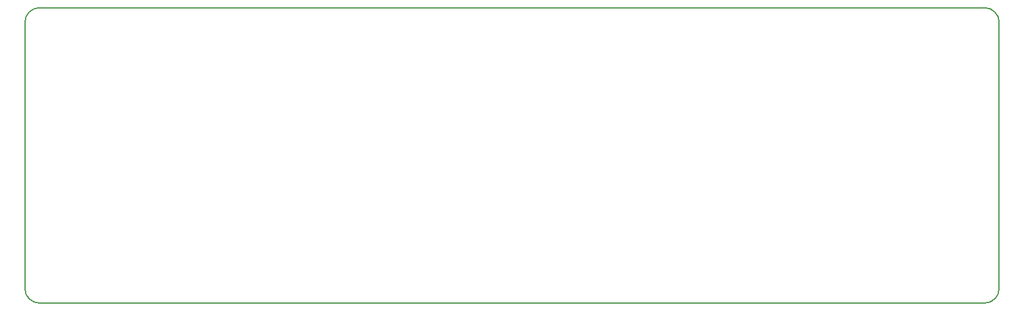
<source format=gm1>
G04 #@! TF.GenerationSoftware,KiCad,Pcbnew,(2017-11-16 revision 00bb00016)-makepkg*
G04 #@! TF.CreationDate,2017-11-28T23:56:54+01:00*
G04 #@! TF.ProjectId,prog-jig,70726F672D6A69672E6B696361645F70,rev?*
G04 #@! TF.SameCoordinates,Original*
G04 #@! TF.FileFunction,Profile,NP*
%FSLAX46Y46*%
G04 Gerber Fmt 4.6, Leading zero omitted, Abs format (unit mm)*
G04 Created by KiCad (PCBNEW (2017-11-16 revision 00bb00016)-makepkg) date 11/28/17 23:56:54*
%MOMM*%
%LPD*%
G01*
G04 APERTURE LIST*
%ADD10C,0.150000*%
G04 APERTURE END LIST*
D10*
X2750000Y-1250000D02*
X133750000Y-1250000D01*
X2750000Y-1250000D02*
G75*
G03X750000Y-3250000I0J-2000000D01*
G01*
X133750000Y-1250000D02*
G75*
G02X135750000Y-3250000I0J-2000000D01*
G01*
X135750000Y-3250000D02*
X135750000Y-40250000D01*
X750000Y-40250000D02*
X750000Y-3250000D01*
X2750000Y-42250000D02*
G75*
G02X750000Y-40250000I0J2000000D01*
G01*
X133750000Y-42250000D02*
G75*
G03X135750000Y-40250000I0J2000000D01*
G01*
X133750000Y-42250000D02*
X2750000Y-42250000D01*
M02*

</source>
